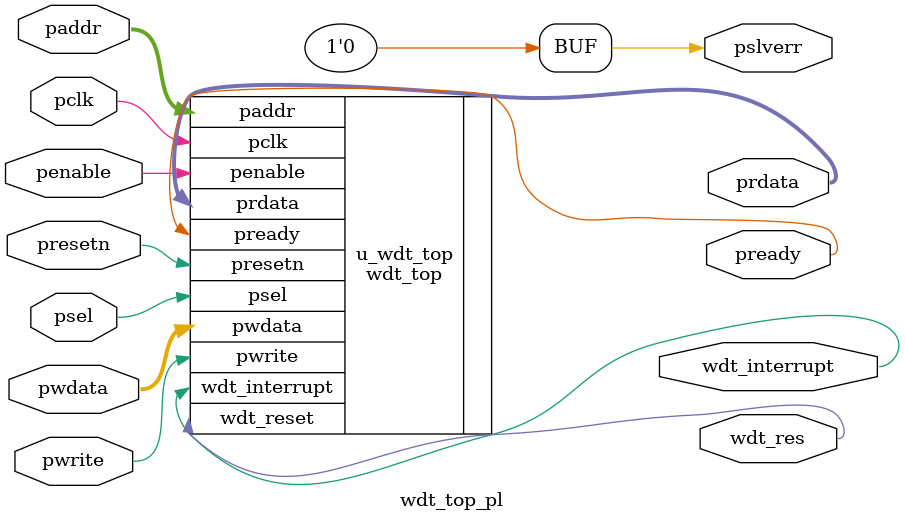
<source format=v>
`timescale 1ns/1ps

(* keep_hierarchy = "true" *) module wdt_top_pl(
  input wire         pclk,
  input wire         presetn,
  input wire         psel,
  input wire         pwrite,
  input wire         penable,
  input wire[31:0]   paddr,
  input wire[31:0]   pwdata,
  
  output wire[31:0]  prdata,
  output wire        pready,
  output wire        wdt_res,
  output wire        wdt_interrupt,
  output wire        pslverr
);
  
  assign pslverr = 1'b0;
  
  wdt_top u_wdt_top (
    .pclk          ( pclk          ),
    .presetn       ( presetn       ),
    .psel          ( psel          ),
    .pwrite        ( pwrite        ),
    .penable       ( penable       ),
    .paddr         ( paddr         ),
    .pwdata        ( pwdata        ),
    
    .prdata        ( prdata        ),
    .pready        ( pready        ),
    .wdt_reset     ( wdt_res       ),
    .wdt_interrupt ( wdt_interrupt )
  );
    
endmodule
</source>
